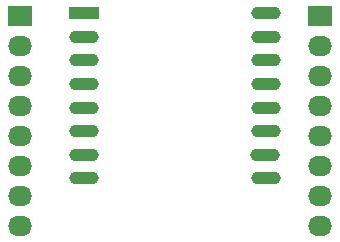
<source format=gbr>
G04 #@! TF.FileFunction,Copper,L1,Top,Signal*
%FSLAX46Y46*%
G04 Gerber Fmt 4.6, Leading zero omitted, Abs format (unit mm)*
G04 Created by KiCad (PCBNEW 4.0.2-stable) date 08/04/2016 14:29:52*
%MOMM*%
G01*
G04 APERTURE LIST*
%ADD10C,0.100000*%
%ADD11R,2.500000X1.100000*%
%ADD12O,2.500000X1.100000*%
%ADD13R,2.032000X1.727200*%
%ADD14O,2.032000X1.727200*%
G04 APERTURE END LIST*
D10*
D11*
X188276000Y-111252000D03*
D12*
X188276000Y-113252000D03*
X188276000Y-115252000D03*
X188276000Y-117252000D03*
X188276000Y-119252000D03*
X188276000Y-121252000D03*
X188276000Y-123252000D03*
X188276000Y-125252000D03*
X203676000Y-125252000D03*
X203576000Y-123252000D03*
X203676000Y-121252000D03*
X203676000Y-119252000D03*
X203676000Y-117252000D03*
X203676000Y-115252000D03*
X203676000Y-113252000D03*
X203676000Y-111252000D03*
D13*
X182880000Y-111506000D03*
D14*
X182880000Y-114046000D03*
X182880000Y-116586000D03*
X182880000Y-119126000D03*
X182880000Y-121666000D03*
X182880000Y-124206000D03*
X182880000Y-126746000D03*
X182880000Y-129286000D03*
D13*
X208280000Y-111506000D03*
D14*
X208280000Y-114046000D03*
X208280000Y-116586000D03*
X208280000Y-119126000D03*
X208280000Y-121666000D03*
X208280000Y-124206000D03*
X208280000Y-126746000D03*
X208280000Y-129286000D03*
M02*

</source>
